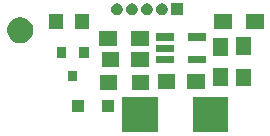
<source format=gts>
G04 #@! TF.GenerationSoftware,KiCad,Pcbnew,(5.0.1)-4*
G04 #@! TF.CreationDate,2019-01-27T12:38:07-06:00*
G04 #@! TF.ProjectId,power_board,706F7765725F626F6172642E6B696361,rev?*
G04 #@! TF.SameCoordinates,Original*
G04 #@! TF.FileFunction,Soldermask,Top*
G04 #@! TF.FilePolarity,Negative*
%FSLAX46Y46*%
G04 Gerber Fmt 4.6, Leading zero omitted, Abs format (unit mm)*
G04 Created by KiCad (PCBNEW (5.0.1)-4) date 1/27/2019 12:38:07 PM*
%MOMM*%
%LPD*%
G01*
G04 APERTURE LIST*
%ADD10C,0.100000*%
G04 APERTURE END LIST*
D10*
G36*
X167364800Y-120219600D02*
X164364800Y-120219600D01*
X164364800Y-117219600D01*
X167364800Y-117219600D01*
X167364800Y-120219600D01*
X167364800Y-120219600D01*
G37*
G36*
X161364800Y-120219600D02*
X158364800Y-120219600D01*
X158364800Y-117219600D01*
X161364800Y-117219600D01*
X161364800Y-120219600D01*
X161364800Y-120219600D01*
G37*
G36*
X157655200Y-118508400D02*
X156655200Y-118508400D01*
X156655200Y-117508400D01*
X157655200Y-117508400D01*
X157655200Y-118508400D01*
X157655200Y-118508400D01*
G37*
G36*
X155155200Y-118508400D02*
X154155200Y-118508400D01*
X154155200Y-117508400D01*
X155155200Y-117508400D01*
X155155200Y-118508400D01*
X155155200Y-118508400D01*
G37*
G36*
X157976000Y-116650000D02*
X156476000Y-116650000D01*
X156476000Y-115350000D01*
X157976000Y-115350000D01*
X157976000Y-116650000D01*
X157976000Y-116650000D01*
G37*
G36*
X160676000Y-116650000D02*
X159176000Y-116650000D01*
X159176000Y-115350000D01*
X160676000Y-115350000D01*
X160676000Y-116650000D01*
X160676000Y-116650000D01*
G37*
G36*
X165372800Y-116575000D02*
X163872800Y-116575000D01*
X163872800Y-115325000D01*
X165372800Y-115325000D01*
X165372800Y-116575000D01*
X165372800Y-116575000D01*
G37*
G36*
X162872800Y-116575000D02*
X161372800Y-116575000D01*
X161372800Y-115325000D01*
X162872800Y-115325000D01*
X162872800Y-116575000D01*
X162872800Y-116575000D01*
G37*
G36*
X169306000Y-116349200D02*
X168006000Y-116349200D01*
X168006000Y-114849200D01*
X169306000Y-114849200D01*
X169306000Y-116349200D01*
X169306000Y-116349200D01*
G37*
G36*
X167350600Y-116285600D02*
X166100600Y-116285600D01*
X166100600Y-114785600D01*
X167350600Y-114785600D01*
X167350600Y-116285600D01*
X167350600Y-116285600D01*
G37*
G36*
X154578000Y-115902400D02*
X153778000Y-115902400D01*
X153778000Y-115002400D01*
X154578000Y-115002400D01*
X154578000Y-115902400D01*
X154578000Y-115902400D01*
G37*
G36*
X158128400Y-114721800D02*
X156628400Y-114721800D01*
X156628400Y-113471800D01*
X158128400Y-113471800D01*
X158128400Y-114721800D01*
X158128400Y-114721800D01*
G37*
G36*
X160628400Y-114721800D02*
X159128400Y-114721800D01*
X159128400Y-113471800D01*
X160628400Y-113471800D01*
X160628400Y-114721800D01*
X160628400Y-114721800D01*
G37*
G36*
X165502800Y-114406600D02*
X163942800Y-114406600D01*
X163942800Y-113756600D01*
X165502800Y-113756600D01*
X165502800Y-114406600D01*
X165502800Y-114406600D01*
G37*
G36*
X162802800Y-114406600D02*
X161242800Y-114406600D01*
X161242800Y-113756600D01*
X162802800Y-113756600D01*
X162802800Y-114406600D01*
X162802800Y-114406600D01*
G37*
G36*
X153628000Y-113902400D02*
X152828000Y-113902400D01*
X152828000Y-113002400D01*
X153628000Y-113002400D01*
X153628000Y-113902400D01*
X153628000Y-113902400D01*
G37*
G36*
X155528000Y-113902400D02*
X154728000Y-113902400D01*
X154728000Y-113002400D01*
X155528000Y-113002400D01*
X155528000Y-113902400D01*
X155528000Y-113902400D01*
G37*
G36*
X167350600Y-113785600D02*
X166100600Y-113785600D01*
X166100600Y-112285600D01*
X167350600Y-112285600D01*
X167350600Y-113785600D01*
X167350600Y-113785600D01*
G37*
G36*
X169306000Y-113649200D02*
X168006000Y-113649200D01*
X168006000Y-112149200D01*
X169306000Y-112149200D01*
X169306000Y-113649200D01*
X169306000Y-113649200D01*
G37*
G36*
X162802800Y-113456600D02*
X161242800Y-113456600D01*
X161242800Y-112806600D01*
X162802800Y-112806600D01*
X162802800Y-113456600D01*
X162802800Y-113456600D01*
G37*
G36*
X160625200Y-112918000D02*
X159125200Y-112918000D01*
X159125200Y-111618000D01*
X160625200Y-111618000D01*
X160625200Y-112918000D01*
X160625200Y-112918000D01*
G37*
G36*
X157925200Y-112918000D02*
X156425200Y-112918000D01*
X156425200Y-111618000D01*
X157925200Y-111618000D01*
X157925200Y-112918000D01*
X157925200Y-112918000D01*
G37*
G36*
X150045857Y-110517272D02*
X150246042Y-110600191D01*
X150426213Y-110720578D01*
X150579422Y-110873787D01*
X150699809Y-111053958D01*
X150782728Y-111254143D01*
X150825000Y-111466658D01*
X150825000Y-111683342D01*
X150782728Y-111895857D01*
X150699809Y-112096042D01*
X150579422Y-112276213D01*
X150426213Y-112429422D01*
X150246042Y-112549809D01*
X150045857Y-112632728D01*
X149833342Y-112675000D01*
X149616658Y-112675000D01*
X149404143Y-112632728D01*
X149203958Y-112549809D01*
X149023787Y-112429422D01*
X148870578Y-112276213D01*
X148750191Y-112096042D01*
X148667272Y-111895857D01*
X148625000Y-111683342D01*
X148625000Y-111466658D01*
X148667272Y-111254143D01*
X148750191Y-111053958D01*
X148870578Y-110873787D01*
X149023787Y-110720578D01*
X149203958Y-110600191D01*
X149404143Y-110517272D01*
X149616658Y-110475000D01*
X149833342Y-110475000D01*
X150045857Y-110517272D01*
X150045857Y-110517272D01*
G37*
G36*
X165502800Y-112506600D02*
X163942800Y-112506600D01*
X163942800Y-111856600D01*
X165502800Y-111856600D01*
X165502800Y-112506600D01*
X165502800Y-112506600D01*
G37*
G36*
X162802800Y-112506600D02*
X161242800Y-112506600D01*
X161242800Y-111856600D01*
X162802800Y-111856600D01*
X162802800Y-112506600D01*
X162802800Y-112506600D01*
G37*
G36*
X170350000Y-111495600D02*
X168850000Y-111495600D01*
X168850000Y-110195600D01*
X170350000Y-110195600D01*
X170350000Y-111495600D01*
X170350000Y-111495600D01*
G37*
G36*
X167650000Y-111495600D02*
X166150000Y-111495600D01*
X166150000Y-110195600D01*
X167650000Y-110195600D01*
X167650000Y-111495600D01*
X167650000Y-111495600D01*
G37*
G36*
X153350000Y-111450000D02*
X152150000Y-111450000D01*
X152150000Y-110250000D01*
X153350000Y-110250000D01*
X153350000Y-111450000D01*
X153350000Y-111450000D01*
G37*
G36*
X155550000Y-111450000D02*
X154350000Y-111450000D01*
X154350000Y-110250000D01*
X155550000Y-110250000D01*
X155550000Y-111450000D01*
X155550000Y-111450000D01*
G37*
G36*
X163500000Y-110300000D02*
X162500000Y-110300000D01*
X162500000Y-109300000D01*
X163500000Y-109300000D01*
X163500000Y-110300000D01*
X163500000Y-110300000D01*
G37*
G36*
X161828015Y-109307234D02*
X161922268Y-109335825D01*
X161968697Y-109360643D01*
X162009129Y-109382254D01*
X162009131Y-109382255D01*
X162009130Y-109382255D01*
X162085264Y-109444736D01*
X162147745Y-109520870D01*
X162194175Y-109607732D01*
X162222766Y-109701985D01*
X162232419Y-109800000D01*
X162222766Y-109898015D01*
X162194175Y-109992268D01*
X162169357Y-110038697D01*
X162147746Y-110079129D01*
X162085264Y-110155264D01*
X162009129Y-110217746D01*
X161968697Y-110239357D01*
X161922268Y-110264175D01*
X161828015Y-110292766D01*
X161754564Y-110300000D01*
X161705436Y-110300000D01*
X161631985Y-110292766D01*
X161537732Y-110264175D01*
X161491303Y-110239357D01*
X161450871Y-110217746D01*
X161374736Y-110155264D01*
X161312254Y-110079129D01*
X161290643Y-110038697D01*
X161265825Y-109992268D01*
X161237234Y-109898015D01*
X161227581Y-109800000D01*
X161237234Y-109701985D01*
X161265825Y-109607732D01*
X161312255Y-109520870D01*
X161374736Y-109444736D01*
X161450870Y-109382255D01*
X161450869Y-109382255D01*
X161450871Y-109382254D01*
X161491303Y-109360643D01*
X161537732Y-109335825D01*
X161631985Y-109307234D01*
X161705436Y-109300000D01*
X161754564Y-109300000D01*
X161828015Y-109307234D01*
X161828015Y-109307234D01*
G37*
G36*
X160558015Y-109307234D02*
X160652268Y-109335825D01*
X160698697Y-109360643D01*
X160739129Y-109382254D01*
X160739131Y-109382255D01*
X160739130Y-109382255D01*
X160815264Y-109444736D01*
X160877745Y-109520870D01*
X160924175Y-109607732D01*
X160952766Y-109701985D01*
X160962419Y-109800000D01*
X160952766Y-109898015D01*
X160924175Y-109992268D01*
X160899357Y-110038697D01*
X160877746Y-110079129D01*
X160815264Y-110155264D01*
X160739129Y-110217746D01*
X160698697Y-110239357D01*
X160652268Y-110264175D01*
X160558015Y-110292766D01*
X160484564Y-110300000D01*
X160435436Y-110300000D01*
X160361985Y-110292766D01*
X160267732Y-110264175D01*
X160221303Y-110239357D01*
X160180871Y-110217746D01*
X160104736Y-110155264D01*
X160042254Y-110079129D01*
X160020643Y-110038697D01*
X159995825Y-109992268D01*
X159967234Y-109898015D01*
X159957581Y-109800000D01*
X159967234Y-109701985D01*
X159995825Y-109607732D01*
X160042255Y-109520870D01*
X160104736Y-109444736D01*
X160180870Y-109382255D01*
X160180869Y-109382255D01*
X160180871Y-109382254D01*
X160221303Y-109360643D01*
X160267732Y-109335825D01*
X160361985Y-109307234D01*
X160435436Y-109300000D01*
X160484564Y-109300000D01*
X160558015Y-109307234D01*
X160558015Y-109307234D01*
G37*
G36*
X159288015Y-109307234D02*
X159382268Y-109335825D01*
X159428697Y-109360643D01*
X159469129Y-109382254D01*
X159469131Y-109382255D01*
X159469130Y-109382255D01*
X159545264Y-109444736D01*
X159607745Y-109520870D01*
X159654175Y-109607732D01*
X159682766Y-109701985D01*
X159692419Y-109800000D01*
X159682766Y-109898015D01*
X159654175Y-109992268D01*
X159629357Y-110038697D01*
X159607746Y-110079129D01*
X159545264Y-110155264D01*
X159469129Y-110217746D01*
X159428697Y-110239357D01*
X159382268Y-110264175D01*
X159288015Y-110292766D01*
X159214564Y-110300000D01*
X159165436Y-110300000D01*
X159091985Y-110292766D01*
X158997732Y-110264175D01*
X158951303Y-110239357D01*
X158910871Y-110217746D01*
X158834736Y-110155264D01*
X158772254Y-110079129D01*
X158750643Y-110038697D01*
X158725825Y-109992268D01*
X158697234Y-109898015D01*
X158687581Y-109800000D01*
X158697234Y-109701985D01*
X158725825Y-109607732D01*
X158772255Y-109520870D01*
X158834736Y-109444736D01*
X158910870Y-109382255D01*
X158910869Y-109382255D01*
X158910871Y-109382254D01*
X158951303Y-109360643D01*
X158997732Y-109335825D01*
X159091985Y-109307234D01*
X159165436Y-109300000D01*
X159214564Y-109300000D01*
X159288015Y-109307234D01*
X159288015Y-109307234D01*
G37*
G36*
X158018015Y-109307234D02*
X158112268Y-109335825D01*
X158158697Y-109360643D01*
X158199129Y-109382254D01*
X158199131Y-109382255D01*
X158199130Y-109382255D01*
X158275264Y-109444736D01*
X158337745Y-109520870D01*
X158384175Y-109607732D01*
X158412766Y-109701985D01*
X158422419Y-109800000D01*
X158412766Y-109898015D01*
X158384175Y-109992268D01*
X158359357Y-110038697D01*
X158337746Y-110079129D01*
X158275264Y-110155264D01*
X158199129Y-110217746D01*
X158158697Y-110239357D01*
X158112268Y-110264175D01*
X158018015Y-110292766D01*
X157944564Y-110300000D01*
X157895436Y-110300000D01*
X157821985Y-110292766D01*
X157727732Y-110264175D01*
X157681303Y-110239357D01*
X157640871Y-110217746D01*
X157564736Y-110155264D01*
X157502254Y-110079129D01*
X157480643Y-110038697D01*
X157455825Y-109992268D01*
X157427234Y-109898015D01*
X157417581Y-109800000D01*
X157427234Y-109701985D01*
X157455825Y-109607732D01*
X157502255Y-109520870D01*
X157564736Y-109444736D01*
X157640870Y-109382255D01*
X157640869Y-109382255D01*
X157640871Y-109382254D01*
X157681303Y-109360643D01*
X157727732Y-109335825D01*
X157821985Y-109307234D01*
X157895436Y-109300000D01*
X157944564Y-109300000D01*
X158018015Y-109307234D01*
X158018015Y-109307234D01*
G37*
M02*

</source>
